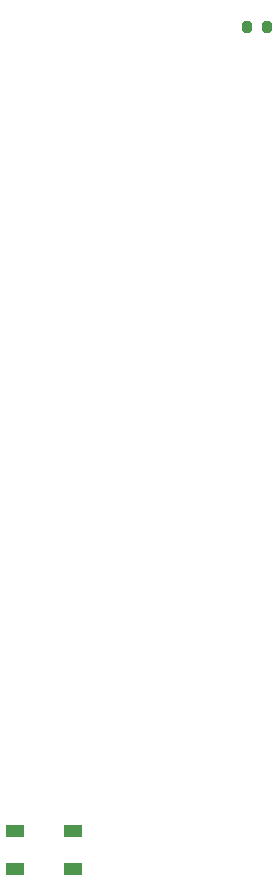
<source format=gbr>
%TF.GenerationSoftware,KiCad,Pcbnew,(6.0.2)*%
%TF.CreationDate,2022-04-29T18:27:35+02:00*%
%TF.ProjectId,reflowControllerV2,7265666c-6f77-4436-9f6e-74726f6c6c65,rev?*%
%TF.SameCoordinates,Original*%
%TF.FileFunction,Paste,Bot*%
%TF.FilePolarity,Positive*%
%FSLAX46Y46*%
G04 Gerber Fmt 4.6, Leading zero omitted, Abs format (unit mm)*
G04 Created by KiCad (PCBNEW (6.0.2)) date 2022-04-29 18:27:35*
%MOMM*%
%LPD*%
G01*
G04 APERTURE LIST*
G04 Aperture macros list*
%AMRoundRect*
0 Rectangle with rounded corners*
0 $1 Rounding radius*
0 $2 $3 $4 $5 $6 $7 $8 $9 X,Y pos of 4 corners*
0 Add a 4 corners polygon primitive as box body*
4,1,4,$2,$3,$4,$5,$6,$7,$8,$9,$2,$3,0*
0 Add four circle primitives for the rounded corners*
1,1,$1+$1,$2,$3*
1,1,$1+$1,$4,$5*
1,1,$1+$1,$6,$7*
1,1,$1+$1,$8,$9*
0 Add four rect primitives between the rounded corners*
20,1,$1+$1,$2,$3,$4,$5,0*
20,1,$1+$1,$4,$5,$6,$7,0*
20,1,$1+$1,$6,$7,$8,$9,0*
20,1,$1+$1,$8,$9,$2,$3,0*%
G04 Aperture macros list end*
%ADD10R,1.500000X1.000000*%
%ADD11RoundRect,0.200000X0.200000X0.275000X-0.200000X0.275000X-0.200000X-0.275000X0.200000X-0.275000X0*%
G04 APERTURE END LIST*
D10*
%TO.C,D2*%
X11450000Y-75400000D03*
X11450000Y-78600000D03*
X6550000Y-78600000D03*
X6550000Y-75400000D03*
%TD*%
D11*
%TO.C,R6*%
X27825000Y-7300000D03*
X26175000Y-7300000D03*
%TD*%
M02*

</source>
